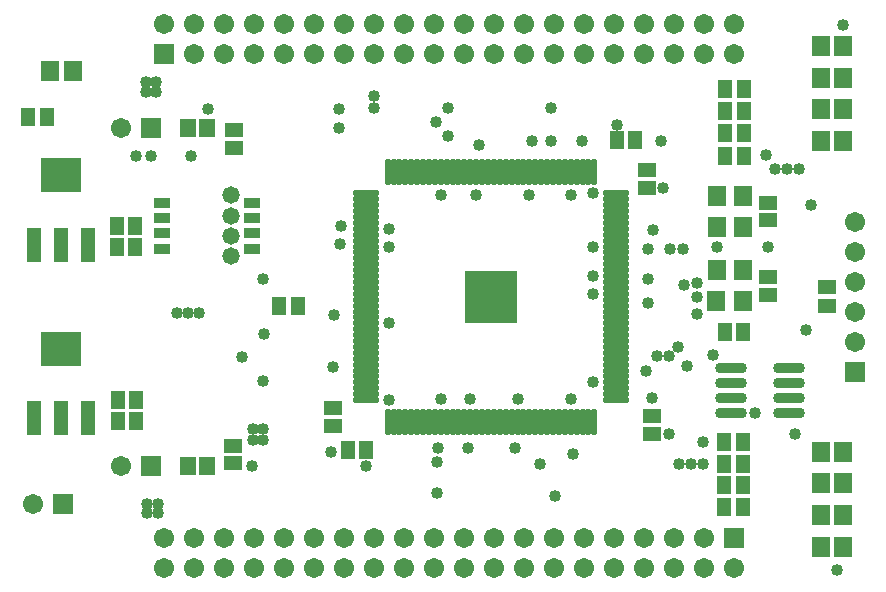
<source format=gts>
G04*
G04 #@! TF.GenerationSoftware,Altium Limited,Altium Designer,20.0.13 (296)*
G04*
G04 Layer_Color=8388736*
%FSLAX25Y25*%
%MOIN*%
G70*
G01*
G75*
%ADD29O,0.10642X0.03556*%
%ADD30R,0.05918X0.06706*%
%ADD31R,0.04737X0.05918*%
%ADD32R,0.06312X0.07099*%
%ADD33R,0.05800X0.03800*%
%ADD34R,0.04737X0.11430*%
%ADD35R,0.13792X0.11430*%
%ADD36R,0.05524X0.06312*%
%ADD37R,0.06312X0.05131*%
%ADD38R,0.05131X0.06312*%
%ADD39R,0.05918X0.04737*%
%ADD40O,0.01981X0.09068*%
%ADD41O,0.09068X0.01981*%
%ADD42R,0.17729X0.17729*%
%ADD43C,0.06706*%
%ADD44R,0.06706X0.06706*%
%ADD45R,0.06706X0.06706*%
%ADD46C,0.04000*%
%ADD47C,0.05800*%
D29*
X263846Y57890D02*
D03*
Y62890D02*
D03*
Y67891D02*
D03*
Y72891D02*
D03*
X244554Y57890D02*
D03*
Y62890D02*
D03*
Y67891D02*
D03*
Y72891D02*
D03*
D30*
X274360Y23857D02*
D03*
X281840D02*
D03*
X274360Y159024D02*
D03*
X281840D02*
D03*
X274360Y148491D02*
D03*
X281840D02*
D03*
X274360Y44991D02*
D03*
X281840D02*
D03*
X274360Y34424D02*
D03*
X281840D02*
D03*
X274360Y169557D02*
D03*
X281840D02*
D03*
X274360Y180090D02*
D03*
X281840D02*
D03*
X17560Y171691D02*
D03*
X25040D02*
D03*
X274360Y13291D02*
D03*
X281840D02*
D03*
D31*
X248450Y48090D02*
D03*
X242150D02*
D03*
X248450Y40924D02*
D03*
X242150D02*
D03*
Y33757D02*
D03*
X248450D02*
D03*
X242150Y26591D02*
D03*
X248450D02*
D03*
X10150Y156591D02*
D03*
X16450D02*
D03*
X93750Y93590D02*
D03*
X100050D02*
D03*
X242350Y165891D02*
D03*
X248650D02*
D03*
X242350Y158457D02*
D03*
X248650D02*
D03*
Y151024D02*
D03*
X242350D02*
D03*
X248650Y143591D02*
D03*
X242350D02*
D03*
X248550Y84790D02*
D03*
X242250D02*
D03*
D32*
X248461Y130104D02*
D03*
X239685Y130210D02*
D03*
X248346Y119974D02*
D03*
X239685D02*
D03*
X248346Y105449D02*
D03*
X239685D02*
D03*
X248346Y95213D02*
D03*
X239571Y95319D02*
D03*
D33*
X84579Y127792D02*
D03*
Y122753D02*
D03*
Y117713D02*
D03*
Y112674D02*
D03*
X54579Y112674D02*
D03*
Y117713D02*
D03*
Y122753D02*
D03*
Y127792D02*
D03*
D34*
X11945Y113913D02*
D03*
X21000D02*
D03*
X30055D02*
D03*
X11945Y56039D02*
D03*
X21000D02*
D03*
X30055D02*
D03*
D35*
X21000Y137142D02*
D03*
Y79268D02*
D03*
D36*
X63350Y152823D02*
D03*
X69650D02*
D03*
X63350Y40291D02*
D03*
X69650D02*
D03*
D37*
X78500Y46943D02*
D03*
Y41038D02*
D03*
X78800Y146238D02*
D03*
Y152143D02*
D03*
X256600Y97272D02*
D03*
Y103177D02*
D03*
X256600Y127939D02*
D03*
Y122033D02*
D03*
X216500Y138843D02*
D03*
Y132938D02*
D03*
X111800Y53438D02*
D03*
Y59343D02*
D03*
X218200Y56743D02*
D03*
Y50838D02*
D03*
D38*
X40047Y62090D02*
D03*
X45953D02*
D03*
X40047Y55190D02*
D03*
X45953D02*
D03*
X39747Y120090D02*
D03*
X45653D02*
D03*
X39720Y113159D02*
D03*
X45626D02*
D03*
X122653Y45391D02*
D03*
X116747D02*
D03*
X206350Y148690D02*
D03*
X212255D02*
D03*
D39*
X276300Y99740D02*
D03*
Y93441D02*
D03*
D40*
X198849Y54858D02*
D03*
X196880D02*
D03*
X194912D02*
D03*
X192943D02*
D03*
X190975D02*
D03*
X189006D02*
D03*
X187038D02*
D03*
X185069D02*
D03*
X183101D02*
D03*
X181132D02*
D03*
X179164D02*
D03*
X177195D02*
D03*
X175227D02*
D03*
X173258D02*
D03*
X171290D02*
D03*
X169321D02*
D03*
X167353D02*
D03*
X165384D02*
D03*
X163416D02*
D03*
X161447D02*
D03*
X159479D02*
D03*
X157510D02*
D03*
X155542D02*
D03*
X153573D02*
D03*
X151605D02*
D03*
X149636D02*
D03*
X147668D02*
D03*
X145699D02*
D03*
X143731D02*
D03*
X141762D02*
D03*
X139794D02*
D03*
X137825D02*
D03*
X135857D02*
D03*
X133888D02*
D03*
X131920D02*
D03*
X129951D02*
D03*
Y138323D02*
D03*
X131920D02*
D03*
X133888D02*
D03*
X135857D02*
D03*
X137825D02*
D03*
X139794D02*
D03*
X141762D02*
D03*
X143731D02*
D03*
X145699D02*
D03*
X147668D02*
D03*
X149636D02*
D03*
X151605D02*
D03*
X153573D02*
D03*
X155542D02*
D03*
X157510D02*
D03*
X159479D02*
D03*
X161447D02*
D03*
X163416D02*
D03*
X165384D02*
D03*
X167353D02*
D03*
X169321D02*
D03*
X171290D02*
D03*
X173258D02*
D03*
X175227D02*
D03*
X177195D02*
D03*
X179164D02*
D03*
X181132D02*
D03*
X183101D02*
D03*
X185069D02*
D03*
X187038D02*
D03*
X189006D02*
D03*
X190975D02*
D03*
X192943D02*
D03*
X194912D02*
D03*
X196880D02*
D03*
X198849D02*
D03*
D41*
X122668Y62142D02*
D03*
Y64110D02*
D03*
Y66079D02*
D03*
Y68047D02*
D03*
Y70016D02*
D03*
Y71984D02*
D03*
Y73953D02*
D03*
Y75921D02*
D03*
Y77890D02*
D03*
Y79858D02*
D03*
Y81827D02*
D03*
Y83795D02*
D03*
Y85764D02*
D03*
Y87732D02*
D03*
Y89701D02*
D03*
Y91669D02*
D03*
Y93638D02*
D03*
Y95606D02*
D03*
Y97575D02*
D03*
Y99543D02*
D03*
Y101512D02*
D03*
Y103480D02*
D03*
Y105449D02*
D03*
Y107417D02*
D03*
Y109386D02*
D03*
Y111354D02*
D03*
Y113323D02*
D03*
Y115291D02*
D03*
Y117260D02*
D03*
Y119228D02*
D03*
Y121197D02*
D03*
Y123165D02*
D03*
Y125134D02*
D03*
Y127102D02*
D03*
Y129071D02*
D03*
Y131039D02*
D03*
X206132D02*
D03*
Y129071D02*
D03*
Y127102D02*
D03*
Y125134D02*
D03*
Y123165D02*
D03*
Y121197D02*
D03*
Y119228D02*
D03*
Y117260D02*
D03*
Y115291D02*
D03*
Y113323D02*
D03*
Y111354D02*
D03*
Y109386D02*
D03*
Y107417D02*
D03*
Y105449D02*
D03*
Y103480D02*
D03*
Y101512D02*
D03*
Y99543D02*
D03*
Y97575D02*
D03*
Y95606D02*
D03*
Y93638D02*
D03*
Y91669D02*
D03*
Y89701D02*
D03*
Y87732D02*
D03*
Y85764D02*
D03*
Y83795D02*
D03*
Y81827D02*
D03*
Y79858D02*
D03*
Y77890D02*
D03*
Y75921D02*
D03*
Y73953D02*
D03*
Y71984D02*
D03*
Y70016D02*
D03*
Y68047D02*
D03*
Y66079D02*
D03*
Y64110D02*
D03*
Y62142D02*
D03*
D42*
X164400Y96591D02*
D03*
D43*
X245512Y187448D02*
D03*
Y177448D02*
D03*
X235512Y187448D02*
D03*
Y177448D02*
D03*
X225512Y187448D02*
D03*
Y177448D02*
D03*
X215512Y187448D02*
D03*
Y177448D02*
D03*
X205512Y187448D02*
D03*
Y177448D02*
D03*
X195512Y187448D02*
D03*
Y177448D02*
D03*
X185512Y187448D02*
D03*
Y177448D02*
D03*
X175512Y187448D02*
D03*
Y177448D02*
D03*
X165512Y187448D02*
D03*
Y177448D02*
D03*
X155512Y187448D02*
D03*
Y177448D02*
D03*
X145512Y187448D02*
D03*
Y177448D02*
D03*
X135512Y187448D02*
D03*
Y177448D02*
D03*
X125512Y187448D02*
D03*
Y177448D02*
D03*
X115512Y187448D02*
D03*
Y177448D02*
D03*
X105512Y187448D02*
D03*
Y177448D02*
D03*
X95512Y187448D02*
D03*
Y177448D02*
D03*
X85512Y187448D02*
D03*
Y177448D02*
D03*
X75512Y187448D02*
D03*
Y177448D02*
D03*
X65512Y187448D02*
D03*
Y177448D02*
D03*
X55512Y187448D02*
D03*
X40953Y152823D02*
D03*
X285800Y121591D02*
D03*
Y111591D02*
D03*
Y101591D02*
D03*
Y91590D02*
D03*
Y81590D02*
D03*
X40953Y40330D02*
D03*
X11600Y27491D02*
D03*
X55472Y6228D02*
D03*
Y16228D02*
D03*
X65472Y6228D02*
D03*
Y16228D02*
D03*
X75472Y6228D02*
D03*
Y16228D02*
D03*
X85472Y6228D02*
D03*
Y16228D02*
D03*
X95472Y6228D02*
D03*
Y16228D02*
D03*
X105472Y6228D02*
D03*
Y16228D02*
D03*
X115472Y6228D02*
D03*
Y16228D02*
D03*
X125472Y6228D02*
D03*
Y16228D02*
D03*
X135472Y6228D02*
D03*
Y16228D02*
D03*
X145472Y6228D02*
D03*
Y16228D02*
D03*
X155472Y6228D02*
D03*
Y16228D02*
D03*
X165472Y6228D02*
D03*
Y16228D02*
D03*
X175472Y6228D02*
D03*
Y16228D02*
D03*
X185472Y6228D02*
D03*
Y16228D02*
D03*
X195472Y6228D02*
D03*
Y16228D02*
D03*
X205472Y6228D02*
D03*
Y16228D02*
D03*
X215472Y6228D02*
D03*
Y16228D02*
D03*
X225472Y6228D02*
D03*
Y16228D02*
D03*
X235472Y6228D02*
D03*
Y16228D02*
D03*
X245472Y6228D02*
D03*
D44*
X55512Y177448D02*
D03*
X50953Y152823D02*
D03*
X50953Y40330D02*
D03*
X21600Y27491D02*
D03*
X245472Y16228D02*
D03*
D45*
X285800Y71591D02*
D03*
D46*
X159695Y101083D02*
D03*
X164370D02*
D03*
X169045D02*
D03*
Y96653D02*
D03*
X164370D02*
D03*
X159695D02*
D03*
Y92224D02*
D03*
X164370D02*
D03*
X169045D02*
D03*
X238287Y77067D02*
D03*
X229626Y73622D02*
D03*
X226772Y79921D02*
D03*
X252323Y57815D02*
D03*
X81500Y76390D02*
D03*
X130449Y62142D02*
D03*
X130358Y87732D02*
D03*
X130368Y113323D02*
D03*
X130362Y119228D02*
D03*
X147668Y130623D02*
D03*
X159479Y130612D02*
D03*
X177195Y130595D02*
D03*
X190975Y130616D02*
D03*
X198449Y131039D02*
D03*
X198432Y113323D02*
D03*
X198390Y103480D02*
D03*
X198384Y97575D02*
D03*
X198457Y68047D02*
D03*
X190975Y62565D02*
D03*
X173258Y62549D02*
D03*
X157510Y62601D02*
D03*
X147668Y62558D02*
D03*
X279740Y5431D02*
D03*
X281740Y187231D02*
D03*
X85100Y48791D02*
D03*
Y52390D02*
D03*
X49800Y27591D02*
D03*
Y24390D02*
D03*
X53400D02*
D03*
Y27591D02*
D03*
X146300Y31291D02*
D03*
X180700Y40991D02*
D03*
X114200Y114291D02*
D03*
X114300Y120291D02*
D03*
X228600Y100591D02*
D03*
X216600Y94490D02*
D03*
X112070Y90461D02*
D03*
X146700Y46291D02*
D03*
X156600D02*
D03*
X172300D02*
D03*
X216600Y112391D02*
D03*
Y102491D02*
D03*
X219800Y76691D02*
D03*
X223800D02*
D03*
X231000Y40991D02*
D03*
X235000D02*
D03*
X227000D02*
D03*
X216000Y71890D02*
D03*
X235200Y48090D02*
D03*
X52900Y164891D02*
D03*
X111800Y59290D02*
D03*
X184300Y148591D02*
D03*
X178200D02*
D03*
X160500Y147291D02*
D03*
X51236Y143591D02*
D03*
X218400Y118691D02*
D03*
X146300Y41591D02*
D03*
X125300Y163591D02*
D03*
X184300Y159491D02*
D03*
X194900Y148591D02*
D03*
X185700Y30191D02*
D03*
X191900Y44091D02*
D03*
X239600Y113291D02*
D03*
X267100Y139191D02*
D03*
X263200D02*
D03*
X259200D02*
D03*
X256600Y113291D02*
D03*
X233100Y90690D02*
D03*
Y96491D02*
D03*
Y101291D02*
D03*
X70000Y159278D02*
D03*
X46000Y143591D02*
D03*
X88400Y102391D02*
D03*
Y52390D02*
D03*
Y48791D02*
D03*
X122600Y40191D02*
D03*
X111800Y73090D02*
D03*
X52900Y168091D02*
D03*
X49300Y164891D02*
D03*
Y168091D02*
D03*
X64400Y143591D02*
D03*
X113700Y152791D02*
D03*
Y159278D02*
D03*
X150200Y150091D02*
D03*
X125300Y159491D02*
D03*
X146000Y154891D02*
D03*
X150200Y159491D02*
D03*
X84600Y40191D02*
D03*
X111100Y44891D02*
D03*
X206300Y153691D02*
D03*
X265600Y50991D02*
D03*
X269300Y85590D02*
D03*
X221100Y148591D02*
D03*
X256000Y143991D02*
D03*
X221700Y132891D02*
D03*
X223753Y50838D02*
D03*
X218200Y62990D02*
D03*
X271200Y127291D02*
D03*
X228500Y112391D02*
D03*
X224200D02*
D03*
X59600Y91190D02*
D03*
X63350D02*
D03*
X67100D02*
D03*
X88400Y68490D02*
D03*
X88700Y84190D02*
D03*
D47*
X77800Y110091D02*
D03*
Y116790D02*
D03*
Y123591D02*
D03*
Y130491D02*
D03*
M02*

</source>
